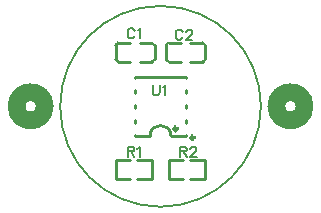
<source format=gto>
G04 Layer: TopSilkscreenLayer*
G04 EasyEDA v6.5.34, 2024-07-20 14:38:50*
G04 d238affa5e1f45398f1abd9929531197,9f2f25eebc5e4964923e048cec00becc,10*
G04 Gerber Generator version 0.2*
G04 Scale: 100 percent, Rotated: No, Reflected: No *
G04 Dimensions in inches *
G04 leading zeros omitted , absolute positions ,3 integer and 6 decimal *
%FSLAX36Y36*%
%MOIN*%

%ADD10C,0.0060*%
%ADD11C,0.0100*%
%ADD12C,0.0080*%
%ADD13C,0.0591*%
%ADD14C,0.0118*%

%LPD*%
D10*
X-86100Y252399D02*
G01*
X-87699Y255500D01*
X-90900Y258699D01*
X-94099Y260300D01*
X-100500Y260300D01*
X-103600Y258699D01*
X-106799Y255500D01*
X-108400Y252399D01*
X-110000Y247600D01*
X-110000Y239600D01*
X-108400Y234899D01*
X-106799Y231700D01*
X-103600Y228499D01*
X-100500Y226900D01*
X-94099Y226900D01*
X-90900Y228499D01*
X-87699Y231700D01*
X-86100Y234899D01*
X-75599Y254000D02*
G01*
X-72500Y255500D01*
X-67699Y260300D01*
X-67699Y226900D01*
X73899Y247399D02*
G01*
X72300Y250500D01*
X69099Y253699D01*
X65900Y255300D01*
X59499Y255300D01*
X56399Y253699D01*
X53200Y250500D01*
X51599Y247399D01*
X50000Y242600D01*
X50000Y234600D01*
X51599Y229899D01*
X53200Y226700D01*
X56399Y223499D01*
X59499Y221900D01*
X65900Y221900D01*
X69099Y223499D01*
X72300Y226700D01*
X73899Y229899D01*
X85999Y247399D02*
G01*
X85999Y249000D01*
X87500Y252100D01*
X89099Y253699D01*
X92300Y255300D01*
X98699Y255300D01*
X101900Y253699D01*
X103499Y252100D01*
X105000Y249000D01*
X105000Y245799D01*
X103499Y242600D01*
X100300Y237800D01*
X84400Y221900D01*
X106599Y221900D01*
X-109987Y-134699D02*
G01*
X-109987Y-168099D01*
X-109987Y-134699D02*
G01*
X-95688Y-134699D01*
X-90887Y-136300D01*
X-89288Y-137899D01*
X-87687Y-140999D01*
X-87687Y-144200D01*
X-89288Y-147399D01*
X-90887Y-149000D01*
X-95688Y-150599D01*
X-109987Y-150599D01*
X-98888Y-150599D02*
G01*
X-87687Y-168099D01*
X-77188Y-140999D02*
G01*
X-74088Y-139499D01*
X-69288Y-134699D01*
X-69288Y-168099D01*
X64998Y-134699D02*
G01*
X64998Y-168099D01*
X64998Y-134699D02*
G01*
X79299Y-134699D01*
X84099Y-136300D01*
X85698Y-137899D01*
X87298Y-140999D01*
X87298Y-144200D01*
X85698Y-147399D01*
X84099Y-149000D01*
X79299Y-150599D01*
X64998Y-150599D01*
X76098Y-150599D02*
G01*
X87298Y-168099D01*
X99398Y-142600D02*
G01*
X99398Y-140999D01*
X100999Y-137899D01*
X102498Y-136300D01*
X105698Y-134699D01*
X112098Y-134699D01*
X115298Y-136300D01*
X116898Y-137899D01*
X118499Y-140999D01*
X118499Y-144200D01*
X116898Y-147399D01*
X113699Y-152199D01*
X97798Y-168099D01*
X119998Y-168099D01*
X-25000Y70300D02*
G01*
X-25000Y46500D01*
X-23400Y41700D01*
X-20199Y38499D01*
X-15500Y36900D01*
X-12300Y36900D01*
X-7500Y38499D01*
X-4299Y41700D01*
X-2699Y46500D01*
X-2699Y70300D01*
X7800Y64000D02*
G01*
X10999Y65500D01*
X15700Y70300D01*
X15700Y36900D01*
D11*
X-20039Y203620D02*
G01*
X-20039Y156376D01*
X-100747Y211494D02*
G01*
X-140118Y211494D01*
X-100747Y148501D02*
G01*
X-140118Y148501D01*
X-69247Y211494D02*
G01*
X-29881Y211494D01*
X-69247Y148501D02*
G01*
X-29881Y148501D01*
X-149960Y203620D02*
G01*
X-149960Y156376D01*
X-142087Y211494D02*
G01*
X-140118Y211494D01*
X-142085Y148501D02*
G01*
X-140118Y148501D01*
X-27912Y211494D02*
G01*
X-29881Y211494D01*
X-27914Y148501D02*
G01*
X-29881Y148501D01*
X148874Y203622D02*
G01*
X148874Y156377D01*
X68166Y211496D02*
G01*
X28796Y211496D01*
X68166Y148503D02*
G01*
X28796Y148503D01*
X99666Y211496D02*
G01*
X139032Y211496D01*
X99666Y148503D02*
G01*
X139032Y148503D01*
X18953Y203622D02*
G01*
X18953Y156377D01*
X26826Y211496D02*
G01*
X28796Y211496D01*
X26828Y148503D02*
G01*
X28796Y148503D01*
X141001Y211496D02*
G01*
X139032Y211496D01*
X140999Y148503D02*
G01*
X139032Y148503D01*
X-27916Y-241496D02*
G01*
X-27916Y-178503D01*
X-100774Y-178703D02*
G01*
X-149985Y-178703D01*
X-100774Y-241698D02*
G01*
X-149985Y-241698D01*
X-77130Y-178503D02*
G01*
X-27916Y-178503D01*
X-77130Y-241496D02*
G01*
X-27916Y-241496D01*
X-149985Y-241698D02*
G01*
X-149985Y-178703D01*
X26804Y-178503D02*
G01*
X26804Y-241496D01*
X99663Y-241296D02*
G01*
X148874Y-241296D01*
X99663Y-178301D02*
G01*
X148874Y-178301D01*
X76019Y-241496D02*
G01*
X26804Y-241496D01*
X76019Y-178503D02*
G01*
X26804Y-178503D01*
X148874Y-178301D02*
G01*
X148874Y-241296D01*
X86613Y-98425D02*
G01*
X35000Y-98425D01*
X-86613Y-98425D02*
G01*
X-35000Y-98425D01*
X86613Y-95288D02*
G01*
X86613Y-98425D01*
X86613Y-45288D02*
G01*
X86613Y-54711D01*
X86613Y4711D02*
G01*
X86613Y-4711D01*
X86613Y54711D02*
G01*
X86613Y45288D01*
X86613Y98425D02*
G01*
X86613Y95288D01*
X-86613Y-95288D02*
G01*
X-86613Y-98425D01*
X-86613Y-45288D02*
G01*
X-86613Y-54711D01*
X-86613Y4711D02*
G01*
X-86613Y-4711D01*
X-86613Y54711D02*
G01*
X-86613Y45288D01*
X-86613Y98425D02*
G01*
X-86613Y95288D01*
X-86613Y98425D02*
G01*
X86613Y98425D01*
G75*
G01*
X-149961Y203621D02*
G02*
X-142087Y211495I7874J0D01*
G75*
G01*
X-149961Y156376D02*
G03*
X-142086Y148501I7875J0D01*
G75*
G01*
X-20039Y203621D02*
G03*
X-27913Y211495I-7874J0D01*
G75*
G01*
X-20039Y156376D02*
G02*
X-27914Y148501I-7875J0D01*
G75*
G01*
X18953Y203623D02*
G02*
X26827Y211497I7874J0D01*
G75*
G01*
X18953Y156378D02*
G03*
X26828Y148503I7875J0D01*
G75*
G01*
X148875Y203623D02*
G03*
X141001Y211497I-7874J0D01*
G75*
G01*
X148875Y156378D02*
G02*
X141000Y148503I-7875J0D01*
G75*
G01*
X35000Y-98425D02*
G03*
X-35000Y-98400I-35000J12D01*
D12*
G75*
G01
X334650Y0D02*
G03X334650Y0I-334650J0D01*
D13*
G75*
G01
X-386140Y0D02*
G03X-386140Y0I-46930J0D01*
G75*
G01
X480000Y0D02*
G03X480000Y0I-46930J0D01*
D14*
G75*
G01
X55910Y-75000D02*
G03X55910Y-75000I-5910J0D01*
G75*
G01
X112410Y-104000D02*
G03X112410Y-104000I-5910J0D01*
M02*

</source>
